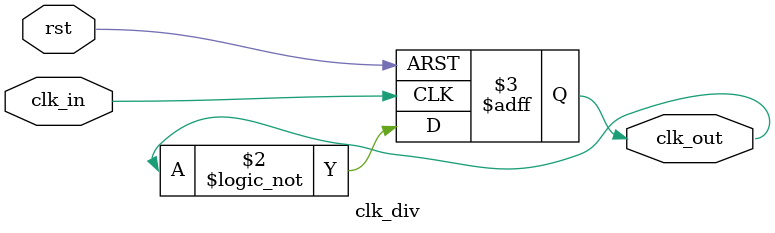
<source format=v>
module clk_div (
    input clk_in, rst,
    output reg clk_out
    );

  always @ (posedge(clk_in), posedge(rst))
begin
  if (rst) clk_out <= 0;
    else clk_out <= !clk_out;
end
endmodule

</source>
